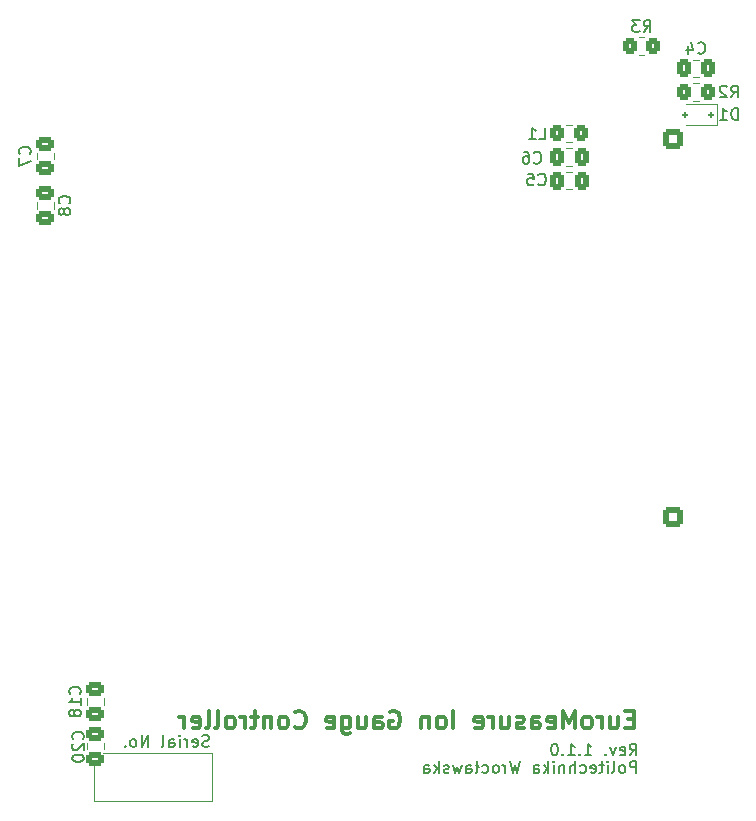
<source format=gbo>
G04 #@! TF.GenerationSoftware,KiCad,Pcbnew,7.0.10*
G04 #@! TF.CreationDate,2024-01-28T11:03:42+01:00*
G04 #@! TF.ProjectId,EuroMeasure-IonGaugeController,4575726f-4d65-4617-9375-72652d496f6e,1.1.0*
G04 #@! TF.SameCoordinates,Original*
G04 #@! TF.FileFunction,Legend,Bot*
G04 #@! TF.FilePolarity,Positive*
%FSLAX46Y46*%
G04 Gerber Fmt 4.6, Leading zero omitted, Abs format (unit mm)*
G04 Created by KiCad (PCBNEW 7.0.10) date 2024-01-28 11:03:42*
%MOMM*%
%LPD*%
G01*
G04 APERTURE LIST*
G04 Aperture macros list*
%AMRoundRect*
0 Rectangle with rounded corners*
0 $1 Rounding radius*
0 $2 $3 $4 $5 $6 $7 $8 $9 X,Y pos of 4 corners*
0 Add a 4 corners polygon primitive as box body*
4,1,4,$2,$3,$4,$5,$6,$7,$8,$9,$2,$3,0*
0 Add four circle primitives for the rounded corners*
1,1,$1+$1,$2,$3*
1,1,$1+$1,$4,$5*
1,1,$1+$1,$6,$7*
1,1,$1+$1,$8,$9*
0 Add four rect primitives between the rounded corners*
20,1,$1+$1,$2,$3,$4,$5,0*
20,1,$1+$1,$4,$5,$6,$7,0*
20,1,$1+$1,$6,$7,$8,$9,0*
20,1,$1+$1,$8,$9,$2,$3,0*%
G04 Aperture macros list end*
%ADD10C,0.300000*%
%ADD11C,0.150000*%
%ADD12C,0.120000*%
%ADD13C,0.010000*%
%ADD14RoundRect,0.250000X0.600000X0.600000X-0.600000X0.600000X-0.600000X-0.600000X0.600000X-0.600000X0*%
%ADD15C,1.700000*%
%ADD16C,1.000000*%
%ADD17R,2.000000X1.905000*%
%ADD18O,2.000000X1.905000*%
%ADD19R,2.000000X2.000000*%
%ADD20C,2.000000*%
%ADD21RoundRect,0.250000X-0.600000X-0.600000X0.600000X-0.600000X0.600000X0.600000X-0.600000X0.600000X0*%
%ADD22C,5.600000*%
%ADD23C,1.600000*%
%ADD24C,1.400000*%
%ADD25O,1.400000X1.400000*%
%ADD26RoundRect,0.125000X0.125000X0.125000X-0.125000X0.125000X-0.125000X-0.125000X0.125000X-0.125000X0*%
%ADD27RoundRect,0.250000X0.337500X0.475000X-0.337500X0.475000X-0.337500X-0.475000X0.337500X-0.475000X0*%
%ADD28RoundRect,0.250000X-0.350000X-0.450000X0.350000X-0.450000X0.350000X0.450000X-0.350000X0.450000X0*%
%ADD29RoundRect,0.250000X-0.475000X0.337500X-0.475000X-0.337500X0.475000X-0.337500X0.475000X0.337500X0*%
%ADD30RoundRect,0.250000X0.475000X-0.337500X0.475000X0.337500X-0.475000X0.337500X-0.475000X-0.337500X0*%
%ADD31RoundRect,0.250000X0.350000X0.450000X-0.350000X0.450000X-0.350000X-0.450000X0.350000X-0.450000X0*%
%ADD32RoundRect,0.250000X-0.325000X-0.450000X0.325000X-0.450000X0.325000X0.450000X-0.325000X0.450000X0*%
G04 APERTURE END LIST*
D10*
X190645489Y-140092614D02*
X190145489Y-140092614D01*
X189931203Y-140878328D02*
X190645489Y-140878328D01*
X190645489Y-140878328D02*
X190645489Y-139378328D01*
X190645489Y-139378328D02*
X189931203Y-139378328D01*
X188645489Y-139878328D02*
X188645489Y-140878328D01*
X189288346Y-139878328D02*
X189288346Y-140664042D01*
X189288346Y-140664042D02*
X189216917Y-140806900D01*
X189216917Y-140806900D02*
X189074060Y-140878328D01*
X189074060Y-140878328D02*
X188859774Y-140878328D01*
X188859774Y-140878328D02*
X188716917Y-140806900D01*
X188716917Y-140806900D02*
X188645489Y-140735471D01*
X187931203Y-140878328D02*
X187931203Y-139878328D01*
X187931203Y-140164042D02*
X187859774Y-140021185D01*
X187859774Y-140021185D02*
X187788346Y-139949757D01*
X187788346Y-139949757D02*
X187645488Y-139878328D01*
X187645488Y-139878328D02*
X187502631Y-139878328D01*
X186788346Y-140878328D02*
X186931203Y-140806900D01*
X186931203Y-140806900D02*
X187002632Y-140735471D01*
X187002632Y-140735471D02*
X187074060Y-140592614D01*
X187074060Y-140592614D02*
X187074060Y-140164042D01*
X187074060Y-140164042D02*
X187002632Y-140021185D01*
X187002632Y-140021185D02*
X186931203Y-139949757D01*
X186931203Y-139949757D02*
X186788346Y-139878328D01*
X186788346Y-139878328D02*
X186574060Y-139878328D01*
X186574060Y-139878328D02*
X186431203Y-139949757D01*
X186431203Y-139949757D02*
X186359775Y-140021185D01*
X186359775Y-140021185D02*
X186288346Y-140164042D01*
X186288346Y-140164042D02*
X186288346Y-140592614D01*
X186288346Y-140592614D02*
X186359775Y-140735471D01*
X186359775Y-140735471D02*
X186431203Y-140806900D01*
X186431203Y-140806900D02*
X186574060Y-140878328D01*
X186574060Y-140878328D02*
X186788346Y-140878328D01*
X185645489Y-140878328D02*
X185645489Y-139378328D01*
X185645489Y-139378328D02*
X185145489Y-140449757D01*
X185145489Y-140449757D02*
X184645489Y-139378328D01*
X184645489Y-139378328D02*
X184645489Y-140878328D01*
X183359774Y-140806900D02*
X183502631Y-140878328D01*
X183502631Y-140878328D02*
X183788346Y-140878328D01*
X183788346Y-140878328D02*
X183931203Y-140806900D01*
X183931203Y-140806900D02*
X184002631Y-140664042D01*
X184002631Y-140664042D02*
X184002631Y-140092614D01*
X184002631Y-140092614D02*
X183931203Y-139949757D01*
X183931203Y-139949757D02*
X183788346Y-139878328D01*
X183788346Y-139878328D02*
X183502631Y-139878328D01*
X183502631Y-139878328D02*
X183359774Y-139949757D01*
X183359774Y-139949757D02*
X183288346Y-140092614D01*
X183288346Y-140092614D02*
X183288346Y-140235471D01*
X183288346Y-140235471D02*
X184002631Y-140378328D01*
X182002632Y-140878328D02*
X182002632Y-140092614D01*
X182002632Y-140092614D02*
X182074060Y-139949757D01*
X182074060Y-139949757D02*
X182216917Y-139878328D01*
X182216917Y-139878328D02*
X182502632Y-139878328D01*
X182502632Y-139878328D02*
X182645489Y-139949757D01*
X182002632Y-140806900D02*
X182145489Y-140878328D01*
X182145489Y-140878328D02*
X182502632Y-140878328D01*
X182502632Y-140878328D02*
X182645489Y-140806900D01*
X182645489Y-140806900D02*
X182716917Y-140664042D01*
X182716917Y-140664042D02*
X182716917Y-140521185D01*
X182716917Y-140521185D02*
X182645489Y-140378328D01*
X182645489Y-140378328D02*
X182502632Y-140306900D01*
X182502632Y-140306900D02*
X182145489Y-140306900D01*
X182145489Y-140306900D02*
X182002632Y-140235471D01*
X181359774Y-140806900D02*
X181216917Y-140878328D01*
X181216917Y-140878328D02*
X180931203Y-140878328D01*
X180931203Y-140878328D02*
X180788346Y-140806900D01*
X180788346Y-140806900D02*
X180716917Y-140664042D01*
X180716917Y-140664042D02*
X180716917Y-140592614D01*
X180716917Y-140592614D02*
X180788346Y-140449757D01*
X180788346Y-140449757D02*
X180931203Y-140378328D01*
X180931203Y-140378328D02*
X181145489Y-140378328D01*
X181145489Y-140378328D02*
X181288346Y-140306900D01*
X181288346Y-140306900D02*
X181359774Y-140164042D01*
X181359774Y-140164042D02*
X181359774Y-140092614D01*
X181359774Y-140092614D02*
X181288346Y-139949757D01*
X181288346Y-139949757D02*
X181145489Y-139878328D01*
X181145489Y-139878328D02*
X180931203Y-139878328D01*
X180931203Y-139878328D02*
X180788346Y-139949757D01*
X179431203Y-139878328D02*
X179431203Y-140878328D01*
X180074060Y-139878328D02*
X180074060Y-140664042D01*
X180074060Y-140664042D02*
X180002631Y-140806900D01*
X180002631Y-140806900D02*
X179859774Y-140878328D01*
X179859774Y-140878328D02*
X179645488Y-140878328D01*
X179645488Y-140878328D02*
X179502631Y-140806900D01*
X179502631Y-140806900D02*
X179431203Y-140735471D01*
X178716917Y-140878328D02*
X178716917Y-139878328D01*
X178716917Y-140164042D02*
X178645488Y-140021185D01*
X178645488Y-140021185D02*
X178574060Y-139949757D01*
X178574060Y-139949757D02*
X178431202Y-139878328D01*
X178431202Y-139878328D02*
X178288345Y-139878328D01*
X177216917Y-140806900D02*
X177359774Y-140878328D01*
X177359774Y-140878328D02*
X177645489Y-140878328D01*
X177645489Y-140878328D02*
X177788346Y-140806900D01*
X177788346Y-140806900D02*
X177859774Y-140664042D01*
X177859774Y-140664042D02*
X177859774Y-140092614D01*
X177859774Y-140092614D02*
X177788346Y-139949757D01*
X177788346Y-139949757D02*
X177645489Y-139878328D01*
X177645489Y-139878328D02*
X177359774Y-139878328D01*
X177359774Y-139878328D02*
X177216917Y-139949757D01*
X177216917Y-139949757D02*
X177145489Y-140092614D01*
X177145489Y-140092614D02*
X177145489Y-140235471D01*
X177145489Y-140235471D02*
X177859774Y-140378328D01*
X175359775Y-140878328D02*
X175359775Y-139378328D01*
X174431203Y-140878328D02*
X174574060Y-140806900D01*
X174574060Y-140806900D02*
X174645489Y-140735471D01*
X174645489Y-140735471D02*
X174716917Y-140592614D01*
X174716917Y-140592614D02*
X174716917Y-140164042D01*
X174716917Y-140164042D02*
X174645489Y-140021185D01*
X174645489Y-140021185D02*
X174574060Y-139949757D01*
X174574060Y-139949757D02*
X174431203Y-139878328D01*
X174431203Y-139878328D02*
X174216917Y-139878328D01*
X174216917Y-139878328D02*
X174074060Y-139949757D01*
X174074060Y-139949757D02*
X174002632Y-140021185D01*
X174002632Y-140021185D02*
X173931203Y-140164042D01*
X173931203Y-140164042D02*
X173931203Y-140592614D01*
X173931203Y-140592614D02*
X174002632Y-140735471D01*
X174002632Y-140735471D02*
X174074060Y-140806900D01*
X174074060Y-140806900D02*
X174216917Y-140878328D01*
X174216917Y-140878328D02*
X174431203Y-140878328D01*
X173288346Y-139878328D02*
X173288346Y-140878328D01*
X173288346Y-140021185D02*
X173216917Y-139949757D01*
X173216917Y-139949757D02*
X173074060Y-139878328D01*
X173074060Y-139878328D02*
X172859774Y-139878328D01*
X172859774Y-139878328D02*
X172716917Y-139949757D01*
X172716917Y-139949757D02*
X172645489Y-140092614D01*
X172645489Y-140092614D02*
X172645489Y-140878328D01*
X170002631Y-139449757D02*
X170145489Y-139378328D01*
X170145489Y-139378328D02*
X170359774Y-139378328D01*
X170359774Y-139378328D02*
X170574060Y-139449757D01*
X170574060Y-139449757D02*
X170716917Y-139592614D01*
X170716917Y-139592614D02*
X170788346Y-139735471D01*
X170788346Y-139735471D02*
X170859774Y-140021185D01*
X170859774Y-140021185D02*
X170859774Y-140235471D01*
X170859774Y-140235471D02*
X170788346Y-140521185D01*
X170788346Y-140521185D02*
X170716917Y-140664042D01*
X170716917Y-140664042D02*
X170574060Y-140806900D01*
X170574060Y-140806900D02*
X170359774Y-140878328D01*
X170359774Y-140878328D02*
X170216917Y-140878328D01*
X170216917Y-140878328D02*
X170002631Y-140806900D01*
X170002631Y-140806900D02*
X169931203Y-140735471D01*
X169931203Y-140735471D02*
X169931203Y-140235471D01*
X169931203Y-140235471D02*
X170216917Y-140235471D01*
X168645489Y-140878328D02*
X168645489Y-140092614D01*
X168645489Y-140092614D02*
X168716917Y-139949757D01*
X168716917Y-139949757D02*
X168859774Y-139878328D01*
X168859774Y-139878328D02*
X169145489Y-139878328D01*
X169145489Y-139878328D02*
X169288346Y-139949757D01*
X168645489Y-140806900D02*
X168788346Y-140878328D01*
X168788346Y-140878328D02*
X169145489Y-140878328D01*
X169145489Y-140878328D02*
X169288346Y-140806900D01*
X169288346Y-140806900D02*
X169359774Y-140664042D01*
X169359774Y-140664042D02*
X169359774Y-140521185D01*
X169359774Y-140521185D02*
X169288346Y-140378328D01*
X169288346Y-140378328D02*
X169145489Y-140306900D01*
X169145489Y-140306900D02*
X168788346Y-140306900D01*
X168788346Y-140306900D02*
X168645489Y-140235471D01*
X167288346Y-139878328D02*
X167288346Y-140878328D01*
X167931203Y-139878328D02*
X167931203Y-140664042D01*
X167931203Y-140664042D02*
X167859774Y-140806900D01*
X167859774Y-140806900D02*
X167716917Y-140878328D01*
X167716917Y-140878328D02*
X167502631Y-140878328D01*
X167502631Y-140878328D02*
X167359774Y-140806900D01*
X167359774Y-140806900D02*
X167288346Y-140735471D01*
X165931203Y-139878328D02*
X165931203Y-141092614D01*
X165931203Y-141092614D02*
X166002631Y-141235471D01*
X166002631Y-141235471D02*
X166074060Y-141306900D01*
X166074060Y-141306900D02*
X166216917Y-141378328D01*
X166216917Y-141378328D02*
X166431203Y-141378328D01*
X166431203Y-141378328D02*
X166574060Y-141306900D01*
X165931203Y-140806900D02*
X166074060Y-140878328D01*
X166074060Y-140878328D02*
X166359774Y-140878328D01*
X166359774Y-140878328D02*
X166502631Y-140806900D01*
X166502631Y-140806900D02*
X166574060Y-140735471D01*
X166574060Y-140735471D02*
X166645488Y-140592614D01*
X166645488Y-140592614D02*
X166645488Y-140164042D01*
X166645488Y-140164042D02*
X166574060Y-140021185D01*
X166574060Y-140021185D02*
X166502631Y-139949757D01*
X166502631Y-139949757D02*
X166359774Y-139878328D01*
X166359774Y-139878328D02*
X166074060Y-139878328D01*
X166074060Y-139878328D02*
X165931203Y-139949757D01*
X164645488Y-140806900D02*
X164788345Y-140878328D01*
X164788345Y-140878328D02*
X165074060Y-140878328D01*
X165074060Y-140878328D02*
X165216917Y-140806900D01*
X165216917Y-140806900D02*
X165288345Y-140664042D01*
X165288345Y-140664042D02*
X165288345Y-140092614D01*
X165288345Y-140092614D02*
X165216917Y-139949757D01*
X165216917Y-139949757D02*
X165074060Y-139878328D01*
X165074060Y-139878328D02*
X164788345Y-139878328D01*
X164788345Y-139878328D02*
X164645488Y-139949757D01*
X164645488Y-139949757D02*
X164574060Y-140092614D01*
X164574060Y-140092614D02*
X164574060Y-140235471D01*
X164574060Y-140235471D02*
X165288345Y-140378328D01*
X161931203Y-140735471D02*
X162002631Y-140806900D01*
X162002631Y-140806900D02*
X162216917Y-140878328D01*
X162216917Y-140878328D02*
X162359774Y-140878328D01*
X162359774Y-140878328D02*
X162574060Y-140806900D01*
X162574060Y-140806900D02*
X162716917Y-140664042D01*
X162716917Y-140664042D02*
X162788346Y-140521185D01*
X162788346Y-140521185D02*
X162859774Y-140235471D01*
X162859774Y-140235471D02*
X162859774Y-140021185D01*
X162859774Y-140021185D02*
X162788346Y-139735471D01*
X162788346Y-139735471D02*
X162716917Y-139592614D01*
X162716917Y-139592614D02*
X162574060Y-139449757D01*
X162574060Y-139449757D02*
X162359774Y-139378328D01*
X162359774Y-139378328D02*
X162216917Y-139378328D01*
X162216917Y-139378328D02*
X162002631Y-139449757D01*
X162002631Y-139449757D02*
X161931203Y-139521185D01*
X161074060Y-140878328D02*
X161216917Y-140806900D01*
X161216917Y-140806900D02*
X161288346Y-140735471D01*
X161288346Y-140735471D02*
X161359774Y-140592614D01*
X161359774Y-140592614D02*
X161359774Y-140164042D01*
X161359774Y-140164042D02*
X161288346Y-140021185D01*
X161288346Y-140021185D02*
X161216917Y-139949757D01*
X161216917Y-139949757D02*
X161074060Y-139878328D01*
X161074060Y-139878328D02*
X160859774Y-139878328D01*
X160859774Y-139878328D02*
X160716917Y-139949757D01*
X160716917Y-139949757D02*
X160645489Y-140021185D01*
X160645489Y-140021185D02*
X160574060Y-140164042D01*
X160574060Y-140164042D02*
X160574060Y-140592614D01*
X160574060Y-140592614D02*
X160645489Y-140735471D01*
X160645489Y-140735471D02*
X160716917Y-140806900D01*
X160716917Y-140806900D02*
X160859774Y-140878328D01*
X160859774Y-140878328D02*
X161074060Y-140878328D01*
X159931203Y-139878328D02*
X159931203Y-140878328D01*
X159931203Y-140021185D02*
X159859774Y-139949757D01*
X159859774Y-139949757D02*
X159716917Y-139878328D01*
X159716917Y-139878328D02*
X159502631Y-139878328D01*
X159502631Y-139878328D02*
X159359774Y-139949757D01*
X159359774Y-139949757D02*
X159288346Y-140092614D01*
X159288346Y-140092614D02*
X159288346Y-140878328D01*
X158788345Y-139878328D02*
X158216917Y-139878328D01*
X158574060Y-139378328D02*
X158574060Y-140664042D01*
X158574060Y-140664042D02*
X158502631Y-140806900D01*
X158502631Y-140806900D02*
X158359774Y-140878328D01*
X158359774Y-140878328D02*
X158216917Y-140878328D01*
X157716917Y-140878328D02*
X157716917Y-139878328D01*
X157716917Y-140164042D02*
X157645488Y-140021185D01*
X157645488Y-140021185D02*
X157574060Y-139949757D01*
X157574060Y-139949757D02*
X157431202Y-139878328D01*
X157431202Y-139878328D02*
X157288345Y-139878328D01*
X156574060Y-140878328D02*
X156716917Y-140806900D01*
X156716917Y-140806900D02*
X156788346Y-140735471D01*
X156788346Y-140735471D02*
X156859774Y-140592614D01*
X156859774Y-140592614D02*
X156859774Y-140164042D01*
X156859774Y-140164042D02*
X156788346Y-140021185D01*
X156788346Y-140021185D02*
X156716917Y-139949757D01*
X156716917Y-139949757D02*
X156574060Y-139878328D01*
X156574060Y-139878328D02*
X156359774Y-139878328D01*
X156359774Y-139878328D02*
X156216917Y-139949757D01*
X156216917Y-139949757D02*
X156145489Y-140021185D01*
X156145489Y-140021185D02*
X156074060Y-140164042D01*
X156074060Y-140164042D02*
X156074060Y-140592614D01*
X156074060Y-140592614D02*
X156145489Y-140735471D01*
X156145489Y-140735471D02*
X156216917Y-140806900D01*
X156216917Y-140806900D02*
X156359774Y-140878328D01*
X156359774Y-140878328D02*
X156574060Y-140878328D01*
X155216917Y-140878328D02*
X155359774Y-140806900D01*
X155359774Y-140806900D02*
X155431203Y-140664042D01*
X155431203Y-140664042D02*
X155431203Y-139378328D01*
X154431203Y-140878328D02*
X154574060Y-140806900D01*
X154574060Y-140806900D02*
X154645489Y-140664042D01*
X154645489Y-140664042D02*
X154645489Y-139378328D01*
X153288346Y-140806900D02*
X153431203Y-140878328D01*
X153431203Y-140878328D02*
X153716918Y-140878328D01*
X153716918Y-140878328D02*
X153859775Y-140806900D01*
X153859775Y-140806900D02*
X153931203Y-140664042D01*
X153931203Y-140664042D02*
X153931203Y-140092614D01*
X153931203Y-140092614D02*
X153859775Y-139949757D01*
X153859775Y-139949757D02*
X153716918Y-139878328D01*
X153716918Y-139878328D02*
X153431203Y-139878328D01*
X153431203Y-139878328D02*
X153288346Y-139949757D01*
X153288346Y-139949757D02*
X153216918Y-140092614D01*
X153216918Y-140092614D02*
X153216918Y-140235471D01*
X153216918Y-140235471D02*
X153931203Y-140378328D01*
X152574061Y-140878328D02*
X152574061Y-139878328D01*
X152574061Y-140164042D02*
X152502632Y-140021185D01*
X152502632Y-140021185D02*
X152431204Y-139949757D01*
X152431204Y-139949757D02*
X152288346Y-139878328D01*
X152288346Y-139878328D02*
X152145489Y-139878328D01*
D11*
X154670839Y-142407200D02*
X154527982Y-142454819D01*
X154527982Y-142454819D02*
X154289887Y-142454819D01*
X154289887Y-142454819D02*
X154194649Y-142407200D01*
X154194649Y-142407200D02*
X154147030Y-142359580D01*
X154147030Y-142359580D02*
X154099411Y-142264342D01*
X154099411Y-142264342D02*
X154099411Y-142169104D01*
X154099411Y-142169104D02*
X154147030Y-142073866D01*
X154147030Y-142073866D02*
X154194649Y-142026247D01*
X154194649Y-142026247D02*
X154289887Y-141978628D01*
X154289887Y-141978628D02*
X154480363Y-141931009D01*
X154480363Y-141931009D02*
X154575601Y-141883390D01*
X154575601Y-141883390D02*
X154623220Y-141835771D01*
X154623220Y-141835771D02*
X154670839Y-141740533D01*
X154670839Y-141740533D02*
X154670839Y-141645295D01*
X154670839Y-141645295D02*
X154623220Y-141550057D01*
X154623220Y-141550057D02*
X154575601Y-141502438D01*
X154575601Y-141502438D02*
X154480363Y-141454819D01*
X154480363Y-141454819D02*
X154242268Y-141454819D01*
X154242268Y-141454819D02*
X154099411Y-141502438D01*
X153289887Y-142407200D02*
X153385125Y-142454819D01*
X153385125Y-142454819D02*
X153575601Y-142454819D01*
X153575601Y-142454819D02*
X153670839Y-142407200D01*
X153670839Y-142407200D02*
X153718458Y-142311961D01*
X153718458Y-142311961D02*
X153718458Y-141931009D01*
X153718458Y-141931009D02*
X153670839Y-141835771D01*
X153670839Y-141835771D02*
X153575601Y-141788152D01*
X153575601Y-141788152D02*
X153385125Y-141788152D01*
X153385125Y-141788152D02*
X153289887Y-141835771D01*
X153289887Y-141835771D02*
X153242268Y-141931009D01*
X153242268Y-141931009D02*
X153242268Y-142026247D01*
X153242268Y-142026247D02*
X153718458Y-142121485D01*
X152813696Y-142454819D02*
X152813696Y-141788152D01*
X152813696Y-141978628D02*
X152766077Y-141883390D01*
X152766077Y-141883390D02*
X152718458Y-141835771D01*
X152718458Y-141835771D02*
X152623220Y-141788152D01*
X152623220Y-141788152D02*
X152527982Y-141788152D01*
X152194648Y-142454819D02*
X152194648Y-141788152D01*
X152194648Y-141454819D02*
X152242267Y-141502438D01*
X152242267Y-141502438D02*
X152194648Y-141550057D01*
X152194648Y-141550057D02*
X152147029Y-141502438D01*
X152147029Y-141502438D02*
X152194648Y-141454819D01*
X152194648Y-141454819D02*
X152194648Y-141550057D01*
X151289887Y-142454819D02*
X151289887Y-141931009D01*
X151289887Y-141931009D02*
X151337506Y-141835771D01*
X151337506Y-141835771D02*
X151432744Y-141788152D01*
X151432744Y-141788152D02*
X151623220Y-141788152D01*
X151623220Y-141788152D02*
X151718458Y-141835771D01*
X151289887Y-142407200D02*
X151385125Y-142454819D01*
X151385125Y-142454819D02*
X151623220Y-142454819D01*
X151623220Y-142454819D02*
X151718458Y-142407200D01*
X151718458Y-142407200D02*
X151766077Y-142311961D01*
X151766077Y-142311961D02*
X151766077Y-142216723D01*
X151766077Y-142216723D02*
X151718458Y-142121485D01*
X151718458Y-142121485D02*
X151623220Y-142073866D01*
X151623220Y-142073866D02*
X151385125Y-142073866D01*
X151385125Y-142073866D02*
X151289887Y-142026247D01*
X150670839Y-142454819D02*
X150766077Y-142407200D01*
X150766077Y-142407200D02*
X150813696Y-142311961D01*
X150813696Y-142311961D02*
X150813696Y-141454819D01*
X149527981Y-142454819D02*
X149527981Y-141454819D01*
X149527981Y-141454819D02*
X148956553Y-142454819D01*
X148956553Y-142454819D02*
X148956553Y-141454819D01*
X148337505Y-142454819D02*
X148432743Y-142407200D01*
X148432743Y-142407200D02*
X148480362Y-142359580D01*
X148480362Y-142359580D02*
X148527981Y-142264342D01*
X148527981Y-142264342D02*
X148527981Y-141978628D01*
X148527981Y-141978628D02*
X148480362Y-141883390D01*
X148480362Y-141883390D02*
X148432743Y-141835771D01*
X148432743Y-141835771D02*
X148337505Y-141788152D01*
X148337505Y-141788152D02*
X148194648Y-141788152D01*
X148194648Y-141788152D02*
X148099410Y-141835771D01*
X148099410Y-141835771D02*
X148051791Y-141883390D01*
X148051791Y-141883390D02*
X148004172Y-141978628D01*
X148004172Y-141978628D02*
X148004172Y-142264342D01*
X148004172Y-142264342D02*
X148051791Y-142359580D01*
X148051791Y-142359580D02*
X148099410Y-142407200D01*
X148099410Y-142407200D02*
X148194648Y-142454819D01*
X148194648Y-142454819D02*
X148337505Y-142454819D01*
X147575600Y-142359580D02*
X147527981Y-142407200D01*
X147527981Y-142407200D02*
X147575600Y-142454819D01*
X147575600Y-142454819D02*
X147623219Y-142407200D01*
X147623219Y-142407200D02*
X147575600Y-142359580D01*
X147575600Y-142359580D02*
X147575600Y-142454819D01*
X190863220Y-144654819D02*
X190863220Y-143654819D01*
X190863220Y-143654819D02*
X190482268Y-143654819D01*
X190482268Y-143654819D02*
X190387030Y-143702438D01*
X190387030Y-143702438D02*
X190339411Y-143750057D01*
X190339411Y-143750057D02*
X190291792Y-143845295D01*
X190291792Y-143845295D02*
X190291792Y-143988152D01*
X190291792Y-143988152D02*
X190339411Y-144083390D01*
X190339411Y-144083390D02*
X190387030Y-144131009D01*
X190387030Y-144131009D02*
X190482268Y-144178628D01*
X190482268Y-144178628D02*
X190863220Y-144178628D01*
X189720363Y-144654819D02*
X189815601Y-144607200D01*
X189815601Y-144607200D02*
X189863220Y-144559580D01*
X189863220Y-144559580D02*
X189910839Y-144464342D01*
X189910839Y-144464342D02*
X189910839Y-144178628D01*
X189910839Y-144178628D02*
X189863220Y-144083390D01*
X189863220Y-144083390D02*
X189815601Y-144035771D01*
X189815601Y-144035771D02*
X189720363Y-143988152D01*
X189720363Y-143988152D02*
X189577506Y-143988152D01*
X189577506Y-143988152D02*
X189482268Y-144035771D01*
X189482268Y-144035771D02*
X189434649Y-144083390D01*
X189434649Y-144083390D02*
X189387030Y-144178628D01*
X189387030Y-144178628D02*
X189387030Y-144464342D01*
X189387030Y-144464342D02*
X189434649Y-144559580D01*
X189434649Y-144559580D02*
X189482268Y-144607200D01*
X189482268Y-144607200D02*
X189577506Y-144654819D01*
X189577506Y-144654819D02*
X189720363Y-144654819D01*
X188815601Y-144654819D02*
X188910839Y-144607200D01*
X188910839Y-144607200D02*
X188958458Y-144511961D01*
X188958458Y-144511961D02*
X188958458Y-143654819D01*
X188434648Y-144654819D02*
X188434648Y-143988152D01*
X188434648Y-143654819D02*
X188482267Y-143702438D01*
X188482267Y-143702438D02*
X188434648Y-143750057D01*
X188434648Y-143750057D02*
X188387029Y-143702438D01*
X188387029Y-143702438D02*
X188434648Y-143654819D01*
X188434648Y-143654819D02*
X188434648Y-143750057D01*
X188101315Y-143988152D02*
X187720363Y-143988152D01*
X187958458Y-143654819D02*
X187958458Y-144511961D01*
X187958458Y-144511961D02*
X187910839Y-144607200D01*
X187910839Y-144607200D02*
X187815601Y-144654819D01*
X187815601Y-144654819D02*
X187720363Y-144654819D01*
X187006077Y-144607200D02*
X187101315Y-144654819D01*
X187101315Y-144654819D02*
X187291791Y-144654819D01*
X187291791Y-144654819D02*
X187387029Y-144607200D01*
X187387029Y-144607200D02*
X187434648Y-144511961D01*
X187434648Y-144511961D02*
X187434648Y-144131009D01*
X187434648Y-144131009D02*
X187387029Y-144035771D01*
X187387029Y-144035771D02*
X187291791Y-143988152D01*
X187291791Y-143988152D02*
X187101315Y-143988152D01*
X187101315Y-143988152D02*
X187006077Y-144035771D01*
X187006077Y-144035771D02*
X186958458Y-144131009D01*
X186958458Y-144131009D02*
X186958458Y-144226247D01*
X186958458Y-144226247D02*
X187434648Y-144321485D01*
X186101315Y-144607200D02*
X186196553Y-144654819D01*
X186196553Y-144654819D02*
X186387029Y-144654819D01*
X186387029Y-144654819D02*
X186482267Y-144607200D01*
X186482267Y-144607200D02*
X186529886Y-144559580D01*
X186529886Y-144559580D02*
X186577505Y-144464342D01*
X186577505Y-144464342D02*
X186577505Y-144178628D01*
X186577505Y-144178628D02*
X186529886Y-144083390D01*
X186529886Y-144083390D02*
X186482267Y-144035771D01*
X186482267Y-144035771D02*
X186387029Y-143988152D01*
X186387029Y-143988152D02*
X186196553Y-143988152D01*
X186196553Y-143988152D02*
X186101315Y-144035771D01*
X185672743Y-144654819D02*
X185672743Y-143654819D01*
X185244172Y-144654819D02*
X185244172Y-144131009D01*
X185244172Y-144131009D02*
X185291791Y-144035771D01*
X185291791Y-144035771D02*
X185387029Y-143988152D01*
X185387029Y-143988152D02*
X185529886Y-143988152D01*
X185529886Y-143988152D02*
X185625124Y-144035771D01*
X185625124Y-144035771D02*
X185672743Y-144083390D01*
X184767981Y-143988152D02*
X184767981Y-144654819D01*
X184767981Y-144083390D02*
X184720362Y-144035771D01*
X184720362Y-144035771D02*
X184625124Y-143988152D01*
X184625124Y-143988152D02*
X184482267Y-143988152D01*
X184482267Y-143988152D02*
X184387029Y-144035771D01*
X184387029Y-144035771D02*
X184339410Y-144131009D01*
X184339410Y-144131009D02*
X184339410Y-144654819D01*
X183863219Y-144654819D02*
X183863219Y-143988152D01*
X183863219Y-143654819D02*
X183910838Y-143702438D01*
X183910838Y-143702438D02*
X183863219Y-143750057D01*
X183863219Y-143750057D02*
X183815600Y-143702438D01*
X183815600Y-143702438D02*
X183863219Y-143654819D01*
X183863219Y-143654819D02*
X183863219Y-143750057D01*
X183387029Y-144654819D02*
X183387029Y-143654819D01*
X183291791Y-144273866D02*
X183006077Y-144654819D01*
X183006077Y-143988152D02*
X183387029Y-144369104D01*
X182148934Y-144654819D02*
X182148934Y-144131009D01*
X182148934Y-144131009D02*
X182196553Y-144035771D01*
X182196553Y-144035771D02*
X182291791Y-143988152D01*
X182291791Y-143988152D02*
X182482267Y-143988152D01*
X182482267Y-143988152D02*
X182577505Y-144035771D01*
X182148934Y-144607200D02*
X182244172Y-144654819D01*
X182244172Y-144654819D02*
X182482267Y-144654819D01*
X182482267Y-144654819D02*
X182577505Y-144607200D01*
X182577505Y-144607200D02*
X182625124Y-144511961D01*
X182625124Y-144511961D02*
X182625124Y-144416723D01*
X182625124Y-144416723D02*
X182577505Y-144321485D01*
X182577505Y-144321485D02*
X182482267Y-144273866D01*
X182482267Y-144273866D02*
X182244172Y-144273866D01*
X182244172Y-144273866D02*
X182148934Y-144226247D01*
X181006076Y-143654819D02*
X180767981Y-144654819D01*
X180767981Y-144654819D02*
X180577505Y-143940533D01*
X180577505Y-143940533D02*
X180387029Y-144654819D01*
X180387029Y-144654819D02*
X180148934Y-143654819D01*
X179767981Y-144654819D02*
X179767981Y-143988152D01*
X179767981Y-144178628D02*
X179720362Y-144083390D01*
X179720362Y-144083390D02*
X179672743Y-144035771D01*
X179672743Y-144035771D02*
X179577505Y-143988152D01*
X179577505Y-143988152D02*
X179482267Y-143988152D01*
X179006076Y-144654819D02*
X179101314Y-144607200D01*
X179101314Y-144607200D02*
X179148933Y-144559580D01*
X179148933Y-144559580D02*
X179196552Y-144464342D01*
X179196552Y-144464342D02*
X179196552Y-144178628D01*
X179196552Y-144178628D02*
X179148933Y-144083390D01*
X179148933Y-144083390D02*
X179101314Y-144035771D01*
X179101314Y-144035771D02*
X179006076Y-143988152D01*
X179006076Y-143988152D02*
X178863219Y-143988152D01*
X178863219Y-143988152D02*
X178767981Y-144035771D01*
X178767981Y-144035771D02*
X178720362Y-144083390D01*
X178720362Y-144083390D02*
X178672743Y-144178628D01*
X178672743Y-144178628D02*
X178672743Y-144464342D01*
X178672743Y-144464342D02*
X178720362Y-144559580D01*
X178720362Y-144559580D02*
X178767981Y-144607200D01*
X178767981Y-144607200D02*
X178863219Y-144654819D01*
X178863219Y-144654819D02*
X179006076Y-144654819D01*
X177815600Y-144607200D02*
X177910838Y-144654819D01*
X177910838Y-144654819D02*
X178101314Y-144654819D01*
X178101314Y-144654819D02*
X178196552Y-144607200D01*
X178196552Y-144607200D02*
X178244171Y-144559580D01*
X178244171Y-144559580D02*
X178291790Y-144464342D01*
X178291790Y-144464342D02*
X178291790Y-144178628D01*
X178291790Y-144178628D02*
X178244171Y-144083390D01*
X178244171Y-144083390D02*
X178196552Y-144035771D01*
X178196552Y-144035771D02*
X178101314Y-143988152D01*
X178101314Y-143988152D02*
X177910838Y-143988152D01*
X177910838Y-143988152D02*
X177815600Y-144035771D01*
X177244171Y-144654819D02*
X177339409Y-144607200D01*
X177339409Y-144607200D02*
X177387028Y-144511961D01*
X177387028Y-144511961D02*
X177387028Y-143654819D01*
X177529885Y-144178628D02*
X177244171Y-143988152D01*
X176434647Y-144654819D02*
X176434647Y-144131009D01*
X176434647Y-144131009D02*
X176482266Y-144035771D01*
X176482266Y-144035771D02*
X176577504Y-143988152D01*
X176577504Y-143988152D02*
X176767980Y-143988152D01*
X176767980Y-143988152D02*
X176863218Y-144035771D01*
X176434647Y-144607200D02*
X176529885Y-144654819D01*
X176529885Y-144654819D02*
X176767980Y-144654819D01*
X176767980Y-144654819D02*
X176863218Y-144607200D01*
X176863218Y-144607200D02*
X176910837Y-144511961D01*
X176910837Y-144511961D02*
X176910837Y-144416723D01*
X176910837Y-144416723D02*
X176863218Y-144321485D01*
X176863218Y-144321485D02*
X176767980Y-144273866D01*
X176767980Y-144273866D02*
X176529885Y-144273866D01*
X176529885Y-144273866D02*
X176434647Y-144226247D01*
X176053694Y-143988152D02*
X175863218Y-144654819D01*
X175863218Y-144654819D02*
X175672742Y-144178628D01*
X175672742Y-144178628D02*
X175482266Y-144654819D01*
X175482266Y-144654819D02*
X175291790Y-143988152D01*
X174958456Y-144607200D02*
X174863218Y-144654819D01*
X174863218Y-144654819D02*
X174672742Y-144654819D01*
X174672742Y-144654819D02*
X174577504Y-144607200D01*
X174577504Y-144607200D02*
X174529885Y-144511961D01*
X174529885Y-144511961D02*
X174529885Y-144464342D01*
X174529885Y-144464342D02*
X174577504Y-144369104D01*
X174577504Y-144369104D02*
X174672742Y-144321485D01*
X174672742Y-144321485D02*
X174815599Y-144321485D01*
X174815599Y-144321485D02*
X174910837Y-144273866D01*
X174910837Y-144273866D02*
X174958456Y-144178628D01*
X174958456Y-144178628D02*
X174958456Y-144131009D01*
X174958456Y-144131009D02*
X174910837Y-144035771D01*
X174910837Y-144035771D02*
X174815599Y-143988152D01*
X174815599Y-143988152D02*
X174672742Y-143988152D01*
X174672742Y-143988152D02*
X174577504Y-144035771D01*
X174101313Y-144654819D02*
X174101313Y-143654819D01*
X174006075Y-144273866D02*
X173720361Y-144654819D01*
X173720361Y-143988152D02*
X174101313Y-144369104D01*
X172863218Y-144654819D02*
X172863218Y-144131009D01*
X172863218Y-144131009D02*
X172910837Y-144035771D01*
X172910837Y-144035771D02*
X173006075Y-143988152D01*
X173006075Y-143988152D02*
X173196551Y-143988152D01*
X173196551Y-143988152D02*
X173291789Y-144035771D01*
X172863218Y-144607200D02*
X172958456Y-144654819D01*
X172958456Y-144654819D02*
X173196551Y-144654819D01*
X173196551Y-144654819D02*
X173291789Y-144607200D01*
X173291789Y-144607200D02*
X173339408Y-144511961D01*
X173339408Y-144511961D02*
X173339408Y-144416723D01*
X173339408Y-144416723D02*
X173291789Y-144321485D01*
X173291789Y-144321485D02*
X173196551Y-144273866D01*
X173196551Y-144273866D02*
X172958456Y-144273866D01*
X172958456Y-144273866D02*
X172863218Y-144226247D01*
X190291792Y-143154819D02*
X190625125Y-142678628D01*
X190863220Y-143154819D02*
X190863220Y-142154819D01*
X190863220Y-142154819D02*
X190482268Y-142154819D01*
X190482268Y-142154819D02*
X190387030Y-142202438D01*
X190387030Y-142202438D02*
X190339411Y-142250057D01*
X190339411Y-142250057D02*
X190291792Y-142345295D01*
X190291792Y-142345295D02*
X190291792Y-142488152D01*
X190291792Y-142488152D02*
X190339411Y-142583390D01*
X190339411Y-142583390D02*
X190387030Y-142631009D01*
X190387030Y-142631009D02*
X190482268Y-142678628D01*
X190482268Y-142678628D02*
X190863220Y-142678628D01*
X189482268Y-143107200D02*
X189577506Y-143154819D01*
X189577506Y-143154819D02*
X189767982Y-143154819D01*
X189767982Y-143154819D02*
X189863220Y-143107200D01*
X189863220Y-143107200D02*
X189910839Y-143011961D01*
X189910839Y-143011961D02*
X189910839Y-142631009D01*
X189910839Y-142631009D02*
X189863220Y-142535771D01*
X189863220Y-142535771D02*
X189767982Y-142488152D01*
X189767982Y-142488152D02*
X189577506Y-142488152D01*
X189577506Y-142488152D02*
X189482268Y-142535771D01*
X189482268Y-142535771D02*
X189434649Y-142631009D01*
X189434649Y-142631009D02*
X189434649Y-142726247D01*
X189434649Y-142726247D02*
X189910839Y-142821485D01*
X189101315Y-142488152D02*
X188863220Y-143154819D01*
X188863220Y-143154819D02*
X188625125Y-142488152D01*
X188244172Y-143059580D02*
X188196553Y-143107200D01*
X188196553Y-143107200D02*
X188244172Y-143154819D01*
X188244172Y-143154819D02*
X188291791Y-143107200D01*
X188291791Y-143107200D02*
X188244172Y-143059580D01*
X188244172Y-143059580D02*
X188244172Y-143154819D01*
X186482268Y-143154819D02*
X187053696Y-143154819D01*
X186767982Y-143154819D02*
X186767982Y-142154819D01*
X186767982Y-142154819D02*
X186863220Y-142297676D01*
X186863220Y-142297676D02*
X186958458Y-142392914D01*
X186958458Y-142392914D02*
X187053696Y-142440533D01*
X186053696Y-143059580D02*
X186006077Y-143107200D01*
X186006077Y-143107200D02*
X186053696Y-143154819D01*
X186053696Y-143154819D02*
X186101315Y-143107200D01*
X186101315Y-143107200D02*
X186053696Y-143059580D01*
X186053696Y-143059580D02*
X186053696Y-143154819D01*
X185053697Y-143154819D02*
X185625125Y-143154819D01*
X185339411Y-143154819D02*
X185339411Y-142154819D01*
X185339411Y-142154819D02*
X185434649Y-142297676D01*
X185434649Y-142297676D02*
X185529887Y-142392914D01*
X185529887Y-142392914D02*
X185625125Y-142440533D01*
X184625125Y-143059580D02*
X184577506Y-143107200D01*
X184577506Y-143107200D02*
X184625125Y-143154819D01*
X184625125Y-143154819D02*
X184672744Y-143107200D01*
X184672744Y-143107200D02*
X184625125Y-143059580D01*
X184625125Y-143059580D02*
X184625125Y-143154819D01*
X183958459Y-142154819D02*
X183863221Y-142154819D01*
X183863221Y-142154819D02*
X183767983Y-142202438D01*
X183767983Y-142202438D02*
X183720364Y-142250057D01*
X183720364Y-142250057D02*
X183672745Y-142345295D01*
X183672745Y-142345295D02*
X183625126Y-142535771D01*
X183625126Y-142535771D02*
X183625126Y-142773866D01*
X183625126Y-142773866D02*
X183672745Y-142964342D01*
X183672745Y-142964342D02*
X183720364Y-143059580D01*
X183720364Y-143059580D02*
X183767983Y-143107200D01*
X183767983Y-143107200D02*
X183863221Y-143154819D01*
X183863221Y-143154819D02*
X183958459Y-143154819D01*
X183958459Y-143154819D02*
X184053697Y-143107200D01*
X184053697Y-143107200D02*
X184101316Y-143059580D01*
X184101316Y-143059580D02*
X184148935Y-142964342D01*
X184148935Y-142964342D02*
X184196554Y-142773866D01*
X184196554Y-142773866D02*
X184196554Y-142535771D01*
X184196554Y-142535771D02*
X184148935Y-142345295D01*
X184148935Y-142345295D02*
X184101316Y-142250057D01*
X184101316Y-142250057D02*
X184053697Y-142202438D01*
X184053697Y-142202438D02*
X183958459Y-142154819D01*
X199438094Y-89354819D02*
X199438094Y-88354819D01*
X199438094Y-88354819D02*
X199199999Y-88354819D01*
X199199999Y-88354819D02*
X199057142Y-88402438D01*
X199057142Y-88402438D02*
X198961904Y-88497676D01*
X198961904Y-88497676D02*
X198914285Y-88592914D01*
X198914285Y-88592914D02*
X198866666Y-88783390D01*
X198866666Y-88783390D02*
X198866666Y-88926247D01*
X198866666Y-88926247D02*
X198914285Y-89116723D01*
X198914285Y-89116723D02*
X198961904Y-89211961D01*
X198961904Y-89211961D02*
X199057142Y-89307200D01*
X199057142Y-89307200D02*
X199199999Y-89354819D01*
X199199999Y-89354819D02*
X199438094Y-89354819D01*
X197914285Y-89354819D02*
X198485713Y-89354819D01*
X198199999Y-89354819D02*
X198199999Y-88354819D01*
X198199999Y-88354819D02*
X198295237Y-88497676D01*
X198295237Y-88497676D02*
X198390475Y-88592914D01*
X198390475Y-88592914D02*
X198485713Y-88640533D01*
X182166666Y-92959580D02*
X182214285Y-93007200D01*
X182214285Y-93007200D02*
X182357142Y-93054819D01*
X182357142Y-93054819D02*
X182452380Y-93054819D01*
X182452380Y-93054819D02*
X182595237Y-93007200D01*
X182595237Y-93007200D02*
X182690475Y-92911961D01*
X182690475Y-92911961D02*
X182738094Y-92816723D01*
X182738094Y-92816723D02*
X182785713Y-92626247D01*
X182785713Y-92626247D02*
X182785713Y-92483390D01*
X182785713Y-92483390D02*
X182738094Y-92292914D01*
X182738094Y-92292914D02*
X182690475Y-92197676D01*
X182690475Y-92197676D02*
X182595237Y-92102438D01*
X182595237Y-92102438D02*
X182452380Y-92054819D01*
X182452380Y-92054819D02*
X182357142Y-92054819D01*
X182357142Y-92054819D02*
X182214285Y-92102438D01*
X182214285Y-92102438D02*
X182166666Y-92150057D01*
X181309523Y-92054819D02*
X181499999Y-92054819D01*
X181499999Y-92054819D02*
X181595237Y-92102438D01*
X181595237Y-92102438D02*
X181642856Y-92150057D01*
X181642856Y-92150057D02*
X181738094Y-92292914D01*
X181738094Y-92292914D02*
X181785713Y-92483390D01*
X181785713Y-92483390D02*
X181785713Y-92864342D01*
X181785713Y-92864342D02*
X181738094Y-92959580D01*
X181738094Y-92959580D02*
X181690475Y-93007200D01*
X181690475Y-93007200D02*
X181595237Y-93054819D01*
X181595237Y-93054819D02*
X181404761Y-93054819D01*
X181404761Y-93054819D02*
X181309523Y-93007200D01*
X181309523Y-93007200D02*
X181261904Y-92959580D01*
X181261904Y-92959580D02*
X181214285Y-92864342D01*
X181214285Y-92864342D02*
X181214285Y-92626247D01*
X181214285Y-92626247D02*
X181261904Y-92531009D01*
X181261904Y-92531009D02*
X181309523Y-92483390D01*
X181309523Y-92483390D02*
X181404761Y-92435771D01*
X181404761Y-92435771D02*
X181595237Y-92435771D01*
X181595237Y-92435771D02*
X181690475Y-92483390D01*
X181690475Y-92483390D02*
X181738094Y-92531009D01*
X181738094Y-92531009D02*
X181785713Y-92626247D01*
X196066666Y-83679580D02*
X196114285Y-83727200D01*
X196114285Y-83727200D02*
X196257142Y-83774819D01*
X196257142Y-83774819D02*
X196352380Y-83774819D01*
X196352380Y-83774819D02*
X196495237Y-83727200D01*
X196495237Y-83727200D02*
X196590475Y-83631961D01*
X196590475Y-83631961D02*
X196638094Y-83536723D01*
X196638094Y-83536723D02*
X196685713Y-83346247D01*
X196685713Y-83346247D02*
X196685713Y-83203390D01*
X196685713Y-83203390D02*
X196638094Y-83012914D01*
X196638094Y-83012914D02*
X196590475Y-82917676D01*
X196590475Y-82917676D02*
X196495237Y-82822438D01*
X196495237Y-82822438D02*
X196352380Y-82774819D01*
X196352380Y-82774819D02*
X196257142Y-82774819D01*
X196257142Y-82774819D02*
X196114285Y-82822438D01*
X196114285Y-82822438D02*
X196066666Y-82870057D01*
X195209523Y-83108152D02*
X195209523Y-83774819D01*
X195447618Y-82727200D02*
X195685713Y-83441485D01*
X195685713Y-83441485D02*
X195066666Y-83441485D01*
X198866666Y-87454819D02*
X199199999Y-86978628D01*
X199438094Y-87454819D02*
X199438094Y-86454819D01*
X199438094Y-86454819D02*
X199057142Y-86454819D01*
X199057142Y-86454819D02*
X198961904Y-86502438D01*
X198961904Y-86502438D02*
X198914285Y-86550057D01*
X198914285Y-86550057D02*
X198866666Y-86645295D01*
X198866666Y-86645295D02*
X198866666Y-86788152D01*
X198866666Y-86788152D02*
X198914285Y-86883390D01*
X198914285Y-86883390D02*
X198961904Y-86931009D01*
X198961904Y-86931009D02*
X199057142Y-86978628D01*
X199057142Y-86978628D02*
X199438094Y-86978628D01*
X198485713Y-86550057D02*
X198438094Y-86502438D01*
X198438094Y-86502438D02*
X198342856Y-86454819D01*
X198342856Y-86454819D02*
X198104761Y-86454819D01*
X198104761Y-86454819D02*
X198009523Y-86502438D01*
X198009523Y-86502438D02*
X197961904Y-86550057D01*
X197961904Y-86550057D02*
X197914285Y-86645295D01*
X197914285Y-86645295D02*
X197914285Y-86740533D01*
X197914285Y-86740533D02*
X197961904Y-86883390D01*
X197961904Y-86883390D02*
X198533332Y-87454819D01*
X198533332Y-87454819D02*
X197914285Y-87454819D01*
X139479580Y-92233333D02*
X139527200Y-92185714D01*
X139527200Y-92185714D02*
X139574819Y-92042857D01*
X139574819Y-92042857D02*
X139574819Y-91947619D01*
X139574819Y-91947619D02*
X139527200Y-91804762D01*
X139527200Y-91804762D02*
X139431961Y-91709524D01*
X139431961Y-91709524D02*
X139336723Y-91661905D01*
X139336723Y-91661905D02*
X139146247Y-91614286D01*
X139146247Y-91614286D02*
X139003390Y-91614286D01*
X139003390Y-91614286D02*
X138812914Y-91661905D01*
X138812914Y-91661905D02*
X138717676Y-91709524D01*
X138717676Y-91709524D02*
X138622438Y-91804762D01*
X138622438Y-91804762D02*
X138574819Y-91947619D01*
X138574819Y-91947619D02*
X138574819Y-92042857D01*
X138574819Y-92042857D02*
X138622438Y-92185714D01*
X138622438Y-92185714D02*
X138670057Y-92233333D01*
X138574819Y-92566667D02*
X138574819Y-93233333D01*
X138574819Y-93233333D02*
X139574819Y-92804762D01*
X143729580Y-137957142D02*
X143777200Y-137909523D01*
X143777200Y-137909523D02*
X143824819Y-137766666D01*
X143824819Y-137766666D02*
X143824819Y-137671428D01*
X143824819Y-137671428D02*
X143777200Y-137528571D01*
X143777200Y-137528571D02*
X143681961Y-137433333D01*
X143681961Y-137433333D02*
X143586723Y-137385714D01*
X143586723Y-137385714D02*
X143396247Y-137338095D01*
X143396247Y-137338095D02*
X143253390Y-137338095D01*
X143253390Y-137338095D02*
X143062914Y-137385714D01*
X143062914Y-137385714D02*
X142967676Y-137433333D01*
X142967676Y-137433333D02*
X142872438Y-137528571D01*
X142872438Y-137528571D02*
X142824819Y-137671428D01*
X142824819Y-137671428D02*
X142824819Y-137766666D01*
X142824819Y-137766666D02*
X142872438Y-137909523D01*
X142872438Y-137909523D02*
X142920057Y-137957142D01*
X143824819Y-138909523D02*
X143824819Y-138338095D01*
X143824819Y-138623809D02*
X142824819Y-138623809D01*
X142824819Y-138623809D02*
X142967676Y-138528571D01*
X142967676Y-138528571D02*
X143062914Y-138433333D01*
X143062914Y-138433333D02*
X143110533Y-138338095D01*
X143253390Y-139480952D02*
X143205771Y-139385714D01*
X143205771Y-139385714D02*
X143158152Y-139338095D01*
X143158152Y-139338095D02*
X143062914Y-139290476D01*
X143062914Y-139290476D02*
X143015295Y-139290476D01*
X143015295Y-139290476D02*
X142920057Y-139338095D01*
X142920057Y-139338095D02*
X142872438Y-139385714D01*
X142872438Y-139385714D02*
X142824819Y-139480952D01*
X142824819Y-139480952D02*
X142824819Y-139671428D01*
X142824819Y-139671428D02*
X142872438Y-139766666D01*
X142872438Y-139766666D02*
X142920057Y-139814285D01*
X142920057Y-139814285D02*
X143015295Y-139861904D01*
X143015295Y-139861904D02*
X143062914Y-139861904D01*
X143062914Y-139861904D02*
X143158152Y-139814285D01*
X143158152Y-139814285D02*
X143205771Y-139766666D01*
X143205771Y-139766666D02*
X143253390Y-139671428D01*
X143253390Y-139671428D02*
X143253390Y-139480952D01*
X143253390Y-139480952D02*
X143301009Y-139385714D01*
X143301009Y-139385714D02*
X143348628Y-139338095D01*
X143348628Y-139338095D02*
X143443866Y-139290476D01*
X143443866Y-139290476D02*
X143634342Y-139290476D01*
X143634342Y-139290476D02*
X143729580Y-139338095D01*
X143729580Y-139338095D02*
X143777200Y-139385714D01*
X143777200Y-139385714D02*
X143824819Y-139480952D01*
X143824819Y-139480952D02*
X143824819Y-139671428D01*
X143824819Y-139671428D02*
X143777200Y-139766666D01*
X143777200Y-139766666D02*
X143729580Y-139814285D01*
X143729580Y-139814285D02*
X143634342Y-139861904D01*
X143634342Y-139861904D02*
X143443866Y-139861904D01*
X143443866Y-139861904D02*
X143348628Y-139814285D01*
X143348628Y-139814285D02*
X143301009Y-139766666D01*
X143301009Y-139766666D02*
X143253390Y-139671428D01*
X182566666Y-94809580D02*
X182614285Y-94857200D01*
X182614285Y-94857200D02*
X182757142Y-94904819D01*
X182757142Y-94904819D02*
X182852380Y-94904819D01*
X182852380Y-94904819D02*
X182995237Y-94857200D01*
X182995237Y-94857200D02*
X183090475Y-94761961D01*
X183090475Y-94761961D02*
X183138094Y-94666723D01*
X183138094Y-94666723D02*
X183185713Y-94476247D01*
X183185713Y-94476247D02*
X183185713Y-94333390D01*
X183185713Y-94333390D02*
X183138094Y-94142914D01*
X183138094Y-94142914D02*
X183090475Y-94047676D01*
X183090475Y-94047676D02*
X182995237Y-93952438D01*
X182995237Y-93952438D02*
X182852380Y-93904819D01*
X182852380Y-93904819D02*
X182757142Y-93904819D01*
X182757142Y-93904819D02*
X182614285Y-93952438D01*
X182614285Y-93952438D02*
X182566666Y-94000057D01*
X181661904Y-93904819D02*
X182138094Y-93904819D01*
X182138094Y-93904819D02*
X182185713Y-94381009D01*
X182185713Y-94381009D02*
X182138094Y-94333390D01*
X182138094Y-94333390D02*
X182042856Y-94285771D01*
X182042856Y-94285771D02*
X181804761Y-94285771D01*
X181804761Y-94285771D02*
X181709523Y-94333390D01*
X181709523Y-94333390D02*
X181661904Y-94381009D01*
X181661904Y-94381009D02*
X181614285Y-94476247D01*
X181614285Y-94476247D02*
X181614285Y-94714342D01*
X181614285Y-94714342D02*
X181661904Y-94809580D01*
X181661904Y-94809580D02*
X181709523Y-94857200D01*
X181709523Y-94857200D02*
X181804761Y-94904819D01*
X181804761Y-94904819D02*
X182042856Y-94904819D01*
X182042856Y-94904819D02*
X182138094Y-94857200D01*
X182138094Y-94857200D02*
X182185713Y-94809580D01*
X142839580Y-96433333D02*
X142887200Y-96385714D01*
X142887200Y-96385714D02*
X142934819Y-96242857D01*
X142934819Y-96242857D02*
X142934819Y-96147619D01*
X142934819Y-96147619D02*
X142887200Y-96004762D01*
X142887200Y-96004762D02*
X142791961Y-95909524D01*
X142791961Y-95909524D02*
X142696723Y-95861905D01*
X142696723Y-95861905D02*
X142506247Y-95814286D01*
X142506247Y-95814286D02*
X142363390Y-95814286D01*
X142363390Y-95814286D02*
X142172914Y-95861905D01*
X142172914Y-95861905D02*
X142077676Y-95909524D01*
X142077676Y-95909524D02*
X141982438Y-96004762D01*
X141982438Y-96004762D02*
X141934819Y-96147619D01*
X141934819Y-96147619D02*
X141934819Y-96242857D01*
X141934819Y-96242857D02*
X141982438Y-96385714D01*
X141982438Y-96385714D02*
X142030057Y-96433333D01*
X142363390Y-97004762D02*
X142315771Y-96909524D01*
X142315771Y-96909524D02*
X142268152Y-96861905D01*
X142268152Y-96861905D02*
X142172914Y-96814286D01*
X142172914Y-96814286D02*
X142125295Y-96814286D01*
X142125295Y-96814286D02*
X142030057Y-96861905D01*
X142030057Y-96861905D02*
X141982438Y-96909524D01*
X141982438Y-96909524D02*
X141934819Y-97004762D01*
X141934819Y-97004762D02*
X141934819Y-97195238D01*
X141934819Y-97195238D02*
X141982438Y-97290476D01*
X141982438Y-97290476D02*
X142030057Y-97338095D01*
X142030057Y-97338095D02*
X142125295Y-97385714D01*
X142125295Y-97385714D02*
X142172914Y-97385714D01*
X142172914Y-97385714D02*
X142268152Y-97338095D01*
X142268152Y-97338095D02*
X142315771Y-97290476D01*
X142315771Y-97290476D02*
X142363390Y-97195238D01*
X142363390Y-97195238D02*
X142363390Y-97004762D01*
X142363390Y-97004762D02*
X142411009Y-96909524D01*
X142411009Y-96909524D02*
X142458628Y-96861905D01*
X142458628Y-96861905D02*
X142553866Y-96814286D01*
X142553866Y-96814286D02*
X142744342Y-96814286D01*
X142744342Y-96814286D02*
X142839580Y-96861905D01*
X142839580Y-96861905D02*
X142887200Y-96909524D01*
X142887200Y-96909524D02*
X142934819Y-97004762D01*
X142934819Y-97004762D02*
X142934819Y-97195238D01*
X142934819Y-97195238D02*
X142887200Y-97290476D01*
X142887200Y-97290476D02*
X142839580Y-97338095D01*
X142839580Y-97338095D02*
X142744342Y-97385714D01*
X142744342Y-97385714D02*
X142553866Y-97385714D01*
X142553866Y-97385714D02*
X142458628Y-97338095D01*
X142458628Y-97338095D02*
X142411009Y-97290476D01*
X142411009Y-97290476D02*
X142363390Y-97195238D01*
X143984580Y-141782142D02*
X144032200Y-141734523D01*
X144032200Y-141734523D02*
X144079819Y-141591666D01*
X144079819Y-141591666D02*
X144079819Y-141496428D01*
X144079819Y-141496428D02*
X144032200Y-141353571D01*
X144032200Y-141353571D02*
X143936961Y-141258333D01*
X143936961Y-141258333D02*
X143841723Y-141210714D01*
X143841723Y-141210714D02*
X143651247Y-141163095D01*
X143651247Y-141163095D02*
X143508390Y-141163095D01*
X143508390Y-141163095D02*
X143317914Y-141210714D01*
X143317914Y-141210714D02*
X143222676Y-141258333D01*
X143222676Y-141258333D02*
X143127438Y-141353571D01*
X143127438Y-141353571D02*
X143079819Y-141496428D01*
X143079819Y-141496428D02*
X143079819Y-141591666D01*
X143079819Y-141591666D02*
X143127438Y-141734523D01*
X143127438Y-141734523D02*
X143175057Y-141782142D01*
X143175057Y-142163095D02*
X143127438Y-142210714D01*
X143127438Y-142210714D02*
X143079819Y-142305952D01*
X143079819Y-142305952D02*
X143079819Y-142544047D01*
X143079819Y-142544047D02*
X143127438Y-142639285D01*
X143127438Y-142639285D02*
X143175057Y-142686904D01*
X143175057Y-142686904D02*
X143270295Y-142734523D01*
X143270295Y-142734523D02*
X143365533Y-142734523D01*
X143365533Y-142734523D02*
X143508390Y-142686904D01*
X143508390Y-142686904D02*
X144079819Y-142115476D01*
X144079819Y-142115476D02*
X144079819Y-142734523D01*
X143079819Y-143353571D02*
X143079819Y-143448809D01*
X143079819Y-143448809D02*
X143127438Y-143544047D01*
X143127438Y-143544047D02*
X143175057Y-143591666D01*
X143175057Y-143591666D02*
X143270295Y-143639285D01*
X143270295Y-143639285D02*
X143460771Y-143686904D01*
X143460771Y-143686904D02*
X143698866Y-143686904D01*
X143698866Y-143686904D02*
X143889342Y-143639285D01*
X143889342Y-143639285D02*
X143984580Y-143591666D01*
X143984580Y-143591666D02*
X144032200Y-143544047D01*
X144032200Y-143544047D02*
X144079819Y-143448809D01*
X144079819Y-143448809D02*
X144079819Y-143353571D01*
X144079819Y-143353571D02*
X144032200Y-143258333D01*
X144032200Y-143258333D02*
X143984580Y-143210714D01*
X143984580Y-143210714D02*
X143889342Y-143163095D01*
X143889342Y-143163095D02*
X143698866Y-143115476D01*
X143698866Y-143115476D02*
X143460771Y-143115476D01*
X143460771Y-143115476D02*
X143270295Y-143163095D01*
X143270295Y-143163095D02*
X143175057Y-143210714D01*
X143175057Y-143210714D02*
X143127438Y-143258333D01*
X143127438Y-143258333D02*
X143079819Y-143353571D01*
X191466666Y-81904819D02*
X191799999Y-81428628D01*
X192038094Y-81904819D02*
X192038094Y-80904819D01*
X192038094Y-80904819D02*
X191657142Y-80904819D01*
X191657142Y-80904819D02*
X191561904Y-80952438D01*
X191561904Y-80952438D02*
X191514285Y-81000057D01*
X191514285Y-81000057D02*
X191466666Y-81095295D01*
X191466666Y-81095295D02*
X191466666Y-81238152D01*
X191466666Y-81238152D02*
X191514285Y-81333390D01*
X191514285Y-81333390D02*
X191561904Y-81381009D01*
X191561904Y-81381009D02*
X191657142Y-81428628D01*
X191657142Y-81428628D02*
X192038094Y-81428628D01*
X191133332Y-80904819D02*
X190514285Y-80904819D01*
X190514285Y-80904819D02*
X190847618Y-81285771D01*
X190847618Y-81285771D02*
X190704761Y-81285771D01*
X190704761Y-81285771D02*
X190609523Y-81333390D01*
X190609523Y-81333390D02*
X190561904Y-81381009D01*
X190561904Y-81381009D02*
X190514285Y-81476247D01*
X190514285Y-81476247D02*
X190514285Y-81714342D01*
X190514285Y-81714342D02*
X190561904Y-81809580D01*
X190561904Y-81809580D02*
X190609523Y-81857200D01*
X190609523Y-81857200D02*
X190704761Y-81904819D01*
X190704761Y-81904819D02*
X190990475Y-81904819D01*
X190990475Y-81904819D02*
X191085713Y-81857200D01*
X191085713Y-81857200D02*
X191133332Y-81809580D01*
X182616666Y-91004819D02*
X183092856Y-91004819D01*
X183092856Y-91004819D02*
X183092856Y-90004819D01*
X181759523Y-91004819D02*
X182330951Y-91004819D01*
X182045237Y-91004819D02*
X182045237Y-90004819D01*
X182045237Y-90004819D02*
X182140475Y-90147676D01*
X182140475Y-90147676D02*
X182235713Y-90242914D01*
X182235713Y-90242914D02*
X182330951Y-90290533D01*
D12*
X154960000Y-147000000D02*
X144960000Y-147000000D01*
X144960000Y-147000000D02*
X144960000Y-143000000D01*
X144960000Y-143000000D02*
X154960000Y-143000000D01*
X154960000Y-143000000D02*
X154960000Y-147000000D01*
X197710000Y-89750000D02*
X195050000Y-89750000D01*
X197710000Y-88050000D02*
X197710000Y-89750000D01*
X197710000Y-88050000D02*
X195050000Y-88050000D01*
X185438752Y-93240000D02*
X184916248Y-93240000D01*
X185438752Y-91770000D02*
X184916248Y-91770000D01*
X196161252Y-85735000D02*
X195638748Y-85735000D01*
X196161252Y-84265000D02*
X195638748Y-84265000D01*
X195672936Y-86265000D02*
X196127064Y-86265000D01*
X195672936Y-87735000D02*
X196127064Y-87735000D01*
X141535000Y-92138748D02*
X141535000Y-92661252D01*
X140065000Y-92138748D02*
X140065000Y-92661252D01*
X145785000Y-138338748D02*
X145785000Y-138861252D01*
X144315000Y-138338748D02*
X144315000Y-138861252D01*
X185438752Y-95240000D02*
X184916248Y-95240000D01*
X185438752Y-93770000D02*
X184916248Y-93770000D01*
X140065000Y-96861252D02*
X140065000Y-96338748D01*
X141535000Y-96861252D02*
X141535000Y-96338748D01*
X144315000Y-142661252D02*
X144315000Y-142138748D01*
X145785000Y-142661252D02*
X145785000Y-142138748D01*
X191527064Y-83835000D02*
X191072936Y-83835000D01*
X191527064Y-82365000D02*
X191072936Y-82365000D01*
X184916248Y-89795000D02*
X185438752Y-89795000D01*
X184916248Y-91215000D02*
X185438752Y-91215000D01*
%LPC*%
D13*
X99960000Y-50000000D02*
X199960000Y-50000000D01*
X199960000Y-50000000D02*
X199960000Y-52250000D01*
X199960000Y-52250000D02*
X99960000Y-52250000D01*
X99960000Y-52250000D02*
X99960000Y-50000000D01*
G36*
X99960000Y-50000000D02*
G01*
X199960000Y-50000000D01*
X199960000Y-52250000D01*
X99960000Y-52250000D01*
X99960000Y-50000000D01*
G37*
X99960000Y-147750000D02*
X199960000Y-147750000D01*
X199960000Y-147750000D02*
X199960000Y-150000000D01*
X199960000Y-150000000D02*
X99960000Y-150000000D01*
X99960000Y-150000000D02*
X99960000Y-147750000D01*
G36*
X99960000Y-147750000D02*
G01*
X199960000Y-147750000D01*
X199960000Y-150000000D01*
X99960000Y-150000000D01*
X99960000Y-147750000D01*
G37*
D14*
X106197500Y-84330000D03*
D15*
X103657500Y-84330000D03*
X106197500Y-81790000D03*
X103657500Y-81790000D03*
X106197500Y-79250000D03*
X103657500Y-79250000D03*
X106197500Y-76710000D03*
X103657500Y-76710000D03*
X106197500Y-74170000D03*
X103657500Y-74170000D03*
D16*
X175550000Y-90000000D03*
D17*
X114550000Y-142980000D03*
D18*
X114550000Y-140440000D03*
X114550000Y-137900000D03*
D16*
X184700000Y-83700000D03*
X167150000Y-91350000D03*
X182500000Y-83050000D03*
X178300000Y-62300000D03*
X173600000Y-91000000D03*
X190950000Y-101850000D03*
X174750000Y-62250000D03*
D19*
X106200000Y-108117677D03*
D20*
X106200000Y-111617677D03*
D21*
X193960000Y-66000000D03*
D15*
X196500000Y-66000000D03*
D22*
X104960000Y-55000000D03*
X104960000Y-145000000D03*
D15*
X193960000Y-68540000D03*
D22*
X194960000Y-55000000D03*
X194960000Y-145000000D03*
D15*
X196500000Y-68540000D03*
X193960000Y-71080000D03*
X196500000Y-71080000D03*
X193960000Y-73620000D03*
X196500000Y-73620000D03*
X193960000Y-76160000D03*
X196500000Y-76160000D03*
D21*
X193960000Y-91000000D03*
D15*
X196500000Y-91000000D03*
X193960000Y-93540000D03*
X196500000Y-93540000D03*
X193960000Y-96080000D03*
X196500000Y-96080000D03*
X193960000Y-98620000D03*
X196500000Y-98620000D03*
X193960000Y-101160000D03*
X196500000Y-101160000D03*
D21*
X193960000Y-123000000D03*
D15*
X196500000Y-123000000D03*
X193960000Y-125540000D03*
X196500000Y-125540000D03*
X193960000Y-128080000D03*
X196500000Y-128080000D03*
X193960000Y-130620000D03*
X196500000Y-130620000D03*
X193960000Y-133160000D03*
X196500000Y-133160000D03*
D16*
X166400000Y-89450000D03*
X169100000Y-92200000D03*
X166650000Y-87400000D03*
D19*
X119200000Y-108000000D03*
D20*
X119200000Y-111500000D03*
D16*
X171050000Y-92800000D03*
X172100000Y-94600000D03*
X172100000Y-96900000D03*
D23*
X147800000Y-97180000D03*
X147800000Y-92180000D03*
D16*
X173700000Y-93150000D03*
D24*
X112700000Y-115000000D03*
D25*
X112700000Y-107380000D03*
D16*
X178450000Y-82900000D03*
X180600000Y-83800000D03*
D26*
X197200000Y-88900000D03*
X195000000Y-88900000D03*
D27*
X186215000Y-92505000D03*
X184140000Y-92505000D03*
X196937500Y-85000000D03*
X194862500Y-85000000D03*
D28*
X194900000Y-87000000D03*
X196900000Y-87000000D03*
D29*
X140800000Y-91362500D03*
X140800000Y-93437500D03*
X145050000Y-137562500D03*
X145050000Y-139637500D03*
D27*
X186215000Y-94505000D03*
X184140000Y-94505000D03*
D30*
X140800000Y-97637500D03*
X140800000Y-95562500D03*
X145050000Y-143437500D03*
X145050000Y-141362500D03*
D31*
X192300000Y-83100000D03*
X190300000Y-83100000D03*
D32*
X184152500Y-90505000D03*
X186202500Y-90505000D03*
%LPD*%
M02*

</source>
